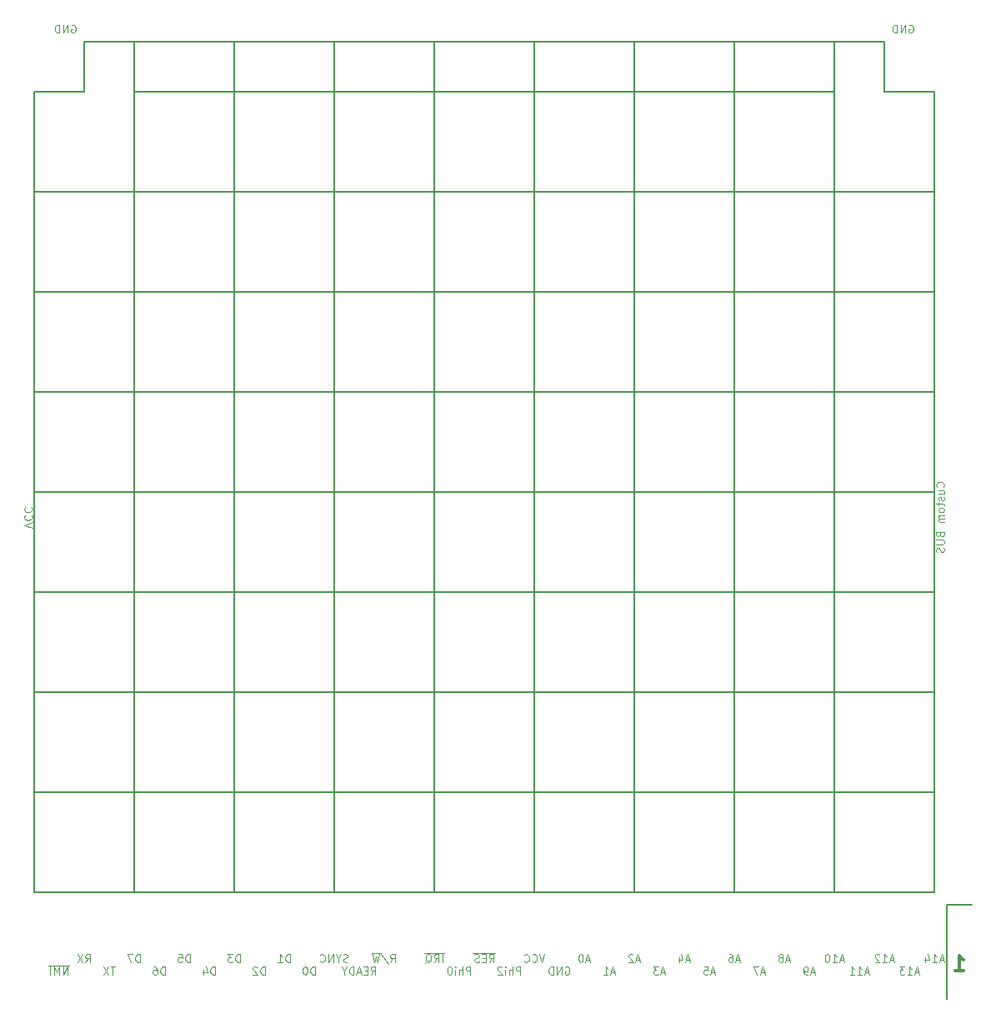
<source format=gbo>
G04 #@! TF.FileFunction,Legend,Bot*
%FSLAX46Y46*%
G04 Gerber Fmt 4.6, Leading zero omitted, Abs format (unit mm)*
G04 Created by KiCad (PCBNEW 4.0.7) date 02/09/19 17:10:25*
%MOMM*%
%LPD*%
G01*
G04 APERTURE LIST*
%ADD10C,0.100000*%
%ADD11C,0.200000*%
%ADD12C,0.300000*%
G04 APERTURE END LIST*
D10*
D11*
X109220000Y-43815000D02*
X190500000Y-43815000D01*
X104140000Y-120015000D02*
X195580000Y-120015000D01*
X195580000Y-109855000D02*
X104140000Y-109855000D01*
X104140000Y-99695000D02*
X195580000Y-99695000D01*
X195580000Y-89535000D02*
X104140000Y-89535000D01*
X104140000Y-79375000D02*
X195580000Y-79375000D01*
X195580000Y-69215000D02*
X104140000Y-69215000D01*
X104140000Y-59055000D02*
X195580000Y-59055000D01*
X185420000Y-48895000D02*
X114300000Y-48895000D01*
X185420000Y-130175000D02*
X185420000Y-43815000D01*
X175260000Y-43815000D02*
X175260000Y-130175000D01*
X165100000Y-130175000D02*
X165100000Y-43815000D01*
X154940000Y-43815000D02*
X154940000Y-130175000D01*
X144780000Y-130175000D02*
X144780000Y-43815000D01*
X134620000Y-43815000D02*
X134620000Y-130175000D01*
X124460000Y-130175000D02*
X124460000Y-43815000D01*
X114300000Y-43815000D02*
X114300000Y-130175000D01*
X109220000Y-48895000D02*
X109220000Y-43815000D01*
X104140000Y-48895000D02*
X109220000Y-48895000D01*
X104140000Y-130175000D02*
X104140000Y-48895000D01*
X195580000Y-130175000D02*
X104140000Y-130175000D01*
X195580000Y-48895000D02*
X195580000Y-130175000D01*
X190500000Y-48895000D02*
X195580000Y-48895000D01*
X190500000Y-43815000D02*
X190500000Y-48895000D01*
D10*
X107556190Y-138537905D02*
X107556190Y-137737905D01*
X107099047Y-138537905D01*
X107099047Y-137737905D01*
X106718095Y-138537905D02*
X106718095Y-137737905D01*
X106451428Y-138309333D01*
X106184761Y-137737905D01*
X106184761Y-138537905D01*
X105803809Y-138537905D02*
X105803809Y-137737905D01*
X107746666Y-137600000D02*
X105613333Y-137600000D01*
X109353333Y-137267905D02*
X109620000Y-136886952D01*
X109810476Y-137267905D02*
X109810476Y-136467905D01*
X109505714Y-136467905D01*
X109429523Y-136506000D01*
X109391428Y-136544095D01*
X109353333Y-136620286D01*
X109353333Y-136734571D01*
X109391428Y-136810762D01*
X109429523Y-136848857D01*
X109505714Y-136886952D01*
X109810476Y-136886952D01*
X109086666Y-136467905D02*
X108553333Y-137267905D01*
X108553333Y-136467905D02*
X109086666Y-137267905D01*
X112369524Y-137737905D02*
X111912381Y-137737905D01*
X112140952Y-138537905D02*
X112140952Y-137737905D01*
X111721904Y-137737905D02*
X111188571Y-138537905D01*
X111188571Y-137737905D02*
X111721904Y-138537905D01*
X114890476Y-137267905D02*
X114890476Y-136467905D01*
X114700000Y-136467905D01*
X114585714Y-136506000D01*
X114509523Y-136582190D01*
X114471428Y-136658381D01*
X114433333Y-136810762D01*
X114433333Y-136925048D01*
X114471428Y-137077429D01*
X114509523Y-137153619D01*
X114585714Y-137229810D01*
X114700000Y-137267905D01*
X114890476Y-137267905D01*
X114166666Y-136467905D02*
X113633333Y-136467905D01*
X113976190Y-137267905D01*
X117430476Y-138537905D02*
X117430476Y-137737905D01*
X117240000Y-137737905D01*
X117125714Y-137776000D01*
X117049523Y-137852190D01*
X117011428Y-137928381D01*
X116973333Y-138080762D01*
X116973333Y-138195048D01*
X117011428Y-138347429D01*
X117049523Y-138423619D01*
X117125714Y-138499810D01*
X117240000Y-138537905D01*
X117430476Y-138537905D01*
X116287619Y-137737905D02*
X116440000Y-137737905D01*
X116516190Y-137776000D01*
X116554285Y-137814095D01*
X116630476Y-137928381D01*
X116668571Y-138080762D01*
X116668571Y-138385524D01*
X116630476Y-138461714D01*
X116592381Y-138499810D01*
X116516190Y-138537905D01*
X116363809Y-138537905D01*
X116287619Y-138499810D01*
X116249523Y-138461714D01*
X116211428Y-138385524D01*
X116211428Y-138195048D01*
X116249523Y-138118857D01*
X116287619Y-138080762D01*
X116363809Y-138042667D01*
X116516190Y-138042667D01*
X116592381Y-138080762D01*
X116630476Y-138118857D01*
X116668571Y-138195048D01*
X119970476Y-137267905D02*
X119970476Y-136467905D01*
X119780000Y-136467905D01*
X119665714Y-136506000D01*
X119589523Y-136582190D01*
X119551428Y-136658381D01*
X119513333Y-136810762D01*
X119513333Y-136925048D01*
X119551428Y-137077429D01*
X119589523Y-137153619D01*
X119665714Y-137229810D01*
X119780000Y-137267905D01*
X119970476Y-137267905D01*
X118789523Y-136467905D02*
X119170476Y-136467905D01*
X119208571Y-136848857D01*
X119170476Y-136810762D01*
X119094285Y-136772667D01*
X118903809Y-136772667D01*
X118827619Y-136810762D01*
X118789523Y-136848857D01*
X118751428Y-136925048D01*
X118751428Y-137115524D01*
X118789523Y-137191714D01*
X118827619Y-137229810D01*
X118903809Y-137267905D01*
X119094285Y-137267905D01*
X119170476Y-137229810D01*
X119208571Y-137191714D01*
X122510476Y-138537905D02*
X122510476Y-137737905D01*
X122320000Y-137737905D01*
X122205714Y-137776000D01*
X122129523Y-137852190D01*
X122091428Y-137928381D01*
X122053333Y-138080762D01*
X122053333Y-138195048D01*
X122091428Y-138347429D01*
X122129523Y-138423619D01*
X122205714Y-138499810D01*
X122320000Y-138537905D01*
X122510476Y-138537905D01*
X121367619Y-138004571D02*
X121367619Y-138537905D01*
X121558095Y-137699810D02*
X121748571Y-138271238D01*
X121253333Y-138271238D01*
X125050476Y-137267905D02*
X125050476Y-136467905D01*
X124860000Y-136467905D01*
X124745714Y-136506000D01*
X124669523Y-136582190D01*
X124631428Y-136658381D01*
X124593333Y-136810762D01*
X124593333Y-136925048D01*
X124631428Y-137077429D01*
X124669523Y-137153619D01*
X124745714Y-137229810D01*
X124860000Y-137267905D01*
X125050476Y-137267905D01*
X124326666Y-136467905D02*
X123831428Y-136467905D01*
X124098095Y-136772667D01*
X123983809Y-136772667D01*
X123907619Y-136810762D01*
X123869523Y-136848857D01*
X123831428Y-136925048D01*
X123831428Y-137115524D01*
X123869523Y-137191714D01*
X123907619Y-137229810D01*
X123983809Y-137267905D01*
X124212381Y-137267905D01*
X124288571Y-137229810D01*
X124326666Y-137191714D01*
X127590476Y-138537905D02*
X127590476Y-137737905D01*
X127400000Y-137737905D01*
X127285714Y-137776000D01*
X127209523Y-137852190D01*
X127171428Y-137928381D01*
X127133333Y-138080762D01*
X127133333Y-138195048D01*
X127171428Y-138347429D01*
X127209523Y-138423619D01*
X127285714Y-138499810D01*
X127400000Y-138537905D01*
X127590476Y-138537905D01*
X126828571Y-137814095D02*
X126790476Y-137776000D01*
X126714285Y-137737905D01*
X126523809Y-137737905D01*
X126447619Y-137776000D01*
X126409523Y-137814095D01*
X126371428Y-137890286D01*
X126371428Y-137966476D01*
X126409523Y-138080762D01*
X126866666Y-138537905D01*
X126371428Y-138537905D01*
X130130476Y-137267905D02*
X130130476Y-136467905D01*
X129940000Y-136467905D01*
X129825714Y-136506000D01*
X129749523Y-136582190D01*
X129711428Y-136658381D01*
X129673333Y-136810762D01*
X129673333Y-136925048D01*
X129711428Y-137077429D01*
X129749523Y-137153619D01*
X129825714Y-137229810D01*
X129940000Y-137267905D01*
X130130476Y-137267905D01*
X128911428Y-137267905D02*
X129368571Y-137267905D01*
X129140000Y-137267905D02*
X129140000Y-136467905D01*
X129216190Y-136582190D01*
X129292381Y-136658381D01*
X129368571Y-136696476D01*
X132670476Y-138537905D02*
X132670476Y-137737905D01*
X132480000Y-137737905D01*
X132365714Y-137776000D01*
X132289523Y-137852190D01*
X132251428Y-137928381D01*
X132213333Y-138080762D01*
X132213333Y-138195048D01*
X132251428Y-138347429D01*
X132289523Y-138423619D01*
X132365714Y-138499810D01*
X132480000Y-138537905D01*
X132670476Y-138537905D01*
X131718095Y-137737905D02*
X131641904Y-137737905D01*
X131565714Y-137776000D01*
X131527619Y-137814095D01*
X131489523Y-137890286D01*
X131451428Y-138042667D01*
X131451428Y-138233143D01*
X131489523Y-138385524D01*
X131527619Y-138461714D01*
X131565714Y-138499810D01*
X131641904Y-138537905D01*
X131718095Y-138537905D01*
X131794285Y-138499810D01*
X131832381Y-138461714D01*
X131870476Y-138385524D01*
X131908571Y-138233143D01*
X131908571Y-138042667D01*
X131870476Y-137890286D01*
X131832381Y-137814095D01*
X131794285Y-137776000D01*
X131718095Y-137737905D01*
X136010476Y-137229810D02*
X135896190Y-137267905D01*
X135705714Y-137267905D01*
X135629524Y-137229810D01*
X135591428Y-137191714D01*
X135553333Y-137115524D01*
X135553333Y-137039333D01*
X135591428Y-136963143D01*
X135629524Y-136925048D01*
X135705714Y-136886952D01*
X135858095Y-136848857D01*
X135934286Y-136810762D01*
X135972381Y-136772667D01*
X136010476Y-136696476D01*
X136010476Y-136620286D01*
X135972381Y-136544095D01*
X135934286Y-136506000D01*
X135858095Y-136467905D01*
X135667619Y-136467905D01*
X135553333Y-136506000D01*
X135058095Y-136886952D02*
X135058095Y-137267905D01*
X135324762Y-136467905D02*
X135058095Y-136886952D01*
X134791428Y-136467905D01*
X134524762Y-137267905D02*
X134524762Y-136467905D01*
X134067619Y-137267905D01*
X134067619Y-136467905D01*
X133229524Y-137191714D02*
X133267619Y-137229810D01*
X133381905Y-137267905D01*
X133458095Y-137267905D01*
X133572381Y-137229810D01*
X133648572Y-137153619D01*
X133686667Y-137077429D01*
X133724762Y-136925048D01*
X133724762Y-136810762D01*
X133686667Y-136658381D01*
X133648572Y-136582190D01*
X133572381Y-136506000D01*
X133458095Y-136467905D01*
X133381905Y-136467905D01*
X133267619Y-136506000D01*
X133229524Y-136544095D01*
X138360000Y-138537905D02*
X138626667Y-138156952D01*
X138817143Y-138537905D02*
X138817143Y-137737905D01*
X138512381Y-137737905D01*
X138436190Y-137776000D01*
X138398095Y-137814095D01*
X138360000Y-137890286D01*
X138360000Y-138004571D01*
X138398095Y-138080762D01*
X138436190Y-138118857D01*
X138512381Y-138156952D01*
X138817143Y-138156952D01*
X138017143Y-138118857D02*
X137750476Y-138118857D01*
X137636190Y-138537905D02*
X138017143Y-138537905D01*
X138017143Y-137737905D01*
X137636190Y-137737905D01*
X137331428Y-138309333D02*
X136950476Y-138309333D01*
X137407619Y-138537905D02*
X137140952Y-137737905D01*
X136874285Y-138537905D01*
X136607619Y-138537905D02*
X136607619Y-137737905D01*
X136417143Y-137737905D01*
X136302857Y-137776000D01*
X136226666Y-137852190D01*
X136188571Y-137928381D01*
X136150476Y-138080762D01*
X136150476Y-138195048D01*
X136188571Y-138347429D01*
X136226666Y-138423619D01*
X136302857Y-138499810D01*
X136417143Y-138537905D01*
X136607619Y-138537905D01*
X135655238Y-138156952D02*
X135655238Y-138537905D01*
X135921905Y-137737905D02*
X135655238Y-138156952D01*
X135388571Y-137737905D01*
X140328571Y-137267905D02*
X140595238Y-136886952D01*
X140785714Y-137267905D02*
X140785714Y-136467905D01*
X140480952Y-136467905D01*
X140404761Y-136506000D01*
X140366666Y-136544095D01*
X140328571Y-136620286D01*
X140328571Y-136734571D01*
X140366666Y-136810762D01*
X140404761Y-136848857D01*
X140480952Y-136886952D01*
X140785714Y-136886952D01*
X139414285Y-136429810D02*
X140100000Y-137458381D01*
X139223809Y-136467905D02*
X139033333Y-137267905D01*
X138880952Y-136696476D01*
X138728571Y-137267905D01*
X138538095Y-136467905D01*
X139338095Y-136330000D02*
X138423809Y-136330000D01*
X145599047Y-137267905D02*
X145599047Y-136467905D01*
X144760952Y-137267905D02*
X145027619Y-136886952D01*
X145218095Y-137267905D02*
X145218095Y-136467905D01*
X144913333Y-136467905D01*
X144837142Y-136506000D01*
X144799047Y-136544095D01*
X144760952Y-136620286D01*
X144760952Y-136734571D01*
X144799047Y-136810762D01*
X144837142Y-136848857D01*
X144913333Y-136886952D01*
X145218095Y-136886952D01*
X143884761Y-137344095D02*
X143960952Y-137306000D01*
X144037142Y-137229810D01*
X144151428Y-137115524D01*
X144227619Y-137077429D01*
X144303809Y-137077429D01*
X144265714Y-137267905D02*
X144341904Y-137229810D01*
X144418095Y-137153619D01*
X144456190Y-137001238D01*
X144456190Y-136734571D01*
X144418095Y-136582190D01*
X144341904Y-136506000D01*
X144265714Y-136467905D01*
X144113333Y-136467905D01*
X144037142Y-136506000D01*
X143960952Y-136582190D01*
X143922857Y-136734571D01*
X143922857Y-137001238D01*
X143960952Y-137153619D01*
X144037142Y-137229810D01*
X144113333Y-137267905D01*
X144265714Y-137267905D01*
X145789523Y-136330000D02*
X143770476Y-136330000D01*
X148462857Y-138537905D02*
X148462857Y-137737905D01*
X148158095Y-137737905D01*
X148081904Y-137776000D01*
X148043809Y-137814095D01*
X148005714Y-137890286D01*
X148005714Y-138004571D01*
X148043809Y-138080762D01*
X148081904Y-138118857D01*
X148158095Y-138156952D01*
X148462857Y-138156952D01*
X147662857Y-138537905D02*
X147662857Y-137737905D01*
X147320000Y-138537905D02*
X147320000Y-138118857D01*
X147358095Y-138042667D01*
X147434285Y-138004571D01*
X147548571Y-138004571D01*
X147624762Y-138042667D01*
X147662857Y-138080762D01*
X146939047Y-138537905D02*
X146939047Y-138004571D01*
X146939047Y-137737905D02*
X146977142Y-137776000D01*
X146939047Y-137814095D01*
X146900952Y-137776000D01*
X146939047Y-137737905D01*
X146939047Y-137814095D01*
X146405714Y-137737905D02*
X146329523Y-137737905D01*
X146253333Y-137776000D01*
X146215238Y-137814095D01*
X146177142Y-137890286D01*
X146139047Y-138042667D01*
X146139047Y-138233143D01*
X146177142Y-138385524D01*
X146215238Y-138461714D01*
X146253333Y-138499810D01*
X146329523Y-138537905D01*
X146405714Y-138537905D01*
X146481904Y-138499810D01*
X146520000Y-138461714D01*
X146558095Y-138385524D01*
X146596190Y-138233143D01*
X146596190Y-138042667D01*
X146558095Y-137890286D01*
X146520000Y-137814095D01*
X146481904Y-137776000D01*
X146405714Y-137737905D01*
X150355238Y-137267905D02*
X150621905Y-136886952D01*
X150812381Y-137267905D02*
X150812381Y-136467905D01*
X150507619Y-136467905D01*
X150431428Y-136506000D01*
X150393333Y-136544095D01*
X150355238Y-136620286D01*
X150355238Y-136734571D01*
X150393333Y-136810762D01*
X150431428Y-136848857D01*
X150507619Y-136886952D01*
X150812381Y-136886952D01*
X150012381Y-136848857D02*
X149745714Y-136848857D01*
X149631428Y-137267905D02*
X150012381Y-137267905D01*
X150012381Y-136467905D01*
X149631428Y-136467905D01*
X149326666Y-137229810D02*
X149212380Y-137267905D01*
X149021904Y-137267905D01*
X148945714Y-137229810D01*
X148907618Y-137191714D01*
X148869523Y-137115524D01*
X148869523Y-137039333D01*
X148907618Y-136963143D01*
X148945714Y-136925048D01*
X149021904Y-136886952D01*
X149174285Y-136848857D01*
X149250476Y-136810762D01*
X149288571Y-136772667D01*
X149326666Y-136696476D01*
X149326666Y-136620286D01*
X149288571Y-136544095D01*
X149250476Y-136506000D01*
X149174285Y-136467905D01*
X148983809Y-136467905D01*
X148869523Y-136506000D01*
X151002857Y-136330000D02*
X148717142Y-136330000D01*
X153542857Y-138537905D02*
X153542857Y-137737905D01*
X153238095Y-137737905D01*
X153161904Y-137776000D01*
X153123809Y-137814095D01*
X153085714Y-137890286D01*
X153085714Y-138004571D01*
X153123809Y-138080762D01*
X153161904Y-138118857D01*
X153238095Y-138156952D01*
X153542857Y-138156952D01*
X152742857Y-138537905D02*
X152742857Y-137737905D01*
X152400000Y-138537905D02*
X152400000Y-138118857D01*
X152438095Y-138042667D01*
X152514285Y-138004571D01*
X152628571Y-138004571D01*
X152704762Y-138042667D01*
X152742857Y-138080762D01*
X152019047Y-138537905D02*
X152019047Y-138004571D01*
X152019047Y-137737905D02*
X152057142Y-137776000D01*
X152019047Y-137814095D01*
X151980952Y-137776000D01*
X152019047Y-137737905D01*
X152019047Y-137814095D01*
X151676190Y-137814095D02*
X151638095Y-137776000D01*
X151561904Y-137737905D01*
X151371428Y-137737905D01*
X151295238Y-137776000D01*
X151257142Y-137814095D01*
X151219047Y-137890286D01*
X151219047Y-137966476D01*
X151257142Y-138080762D01*
X151714285Y-138537905D01*
X151219047Y-138537905D01*
X156006667Y-136467905D02*
X155740000Y-137267905D01*
X155473333Y-136467905D01*
X154749524Y-137191714D02*
X154787619Y-137229810D01*
X154901905Y-137267905D01*
X154978095Y-137267905D01*
X155092381Y-137229810D01*
X155168572Y-137153619D01*
X155206667Y-137077429D01*
X155244762Y-136925048D01*
X155244762Y-136810762D01*
X155206667Y-136658381D01*
X155168572Y-136582190D01*
X155092381Y-136506000D01*
X154978095Y-136467905D01*
X154901905Y-136467905D01*
X154787619Y-136506000D01*
X154749524Y-136544095D01*
X153949524Y-137191714D02*
X153987619Y-137229810D01*
X154101905Y-137267905D01*
X154178095Y-137267905D01*
X154292381Y-137229810D01*
X154368572Y-137153619D01*
X154406667Y-137077429D01*
X154444762Y-136925048D01*
X154444762Y-136810762D01*
X154406667Y-136658381D01*
X154368572Y-136582190D01*
X154292381Y-136506000D01*
X154178095Y-136467905D01*
X154101905Y-136467905D01*
X153987619Y-136506000D01*
X153949524Y-136544095D01*
X158089523Y-137776000D02*
X158165714Y-137737905D01*
X158279999Y-137737905D01*
X158394285Y-137776000D01*
X158470476Y-137852190D01*
X158508571Y-137928381D01*
X158546666Y-138080762D01*
X158546666Y-138195048D01*
X158508571Y-138347429D01*
X158470476Y-138423619D01*
X158394285Y-138499810D01*
X158279999Y-138537905D01*
X158203809Y-138537905D01*
X158089523Y-138499810D01*
X158051428Y-138461714D01*
X158051428Y-138195048D01*
X158203809Y-138195048D01*
X157708571Y-138537905D02*
X157708571Y-137737905D01*
X157251428Y-138537905D01*
X157251428Y-137737905D01*
X156870476Y-138537905D02*
X156870476Y-137737905D01*
X156680000Y-137737905D01*
X156565714Y-137776000D01*
X156489523Y-137852190D01*
X156451428Y-137928381D01*
X156413333Y-138080762D01*
X156413333Y-138195048D01*
X156451428Y-138347429D01*
X156489523Y-138423619D01*
X156565714Y-138499810D01*
X156680000Y-138537905D01*
X156870476Y-138537905D01*
X160591428Y-137039333D02*
X160210476Y-137039333D01*
X160667619Y-137267905D02*
X160400952Y-136467905D01*
X160134285Y-137267905D01*
X159715238Y-136467905D02*
X159639047Y-136467905D01*
X159562857Y-136506000D01*
X159524762Y-136544095D01*
X159486666Y-136620286D01*
X159448571Y-136772667D01*
X159448571Y-136963143D01*
X159486666Y-137115524D01*
X159524762Y-137191714D01*
X159562857Y-137229810D01*
X159639047Y-137267905D01*
X159715238Y-137267905D01*
X159791428Y-137229810D01*
X159829524Y-137191714D01*
X159867619Y-137115524D01*
X159905714Y-136963143D01*
X159905714Y-136772667D01*
X159867619Y-136620286D01*
X159829524Y-136544095D01*
X159791428Y-136506000D01*
X159715238Y-136467905D01*
X163131428Y-138309333D02*
X162750476Y-138309333D01*
X163207619Y-138537905D02*
X162940952Y-137737905D01*
X162674285Y-138537905D01*
X161988571Y-138537905D02*
X162445714Y-138537905D01*
X162217143Y-138537905D02*
X162217143Y-137737905D01*
X162293333Y-137852190D01*
X162369524Y-137928381D01*
X162445714Y-137966476D01*
X165671428Y-137039333D02*
X165290476Y-137039333D01*
X165747619Y-137267905D02*
X165480952Y-136467905D01*
X165214285Y-137267905D01*
X164985714Y-136544095D02*
X164947619Y-136506000D01*
X164871428Y-136467905D01*
X164680952Y-136467905D01*
X164604762Y-136506000D01*
X164566666Y-136544095D01*
X164528571Y-136620286D01*
X164528571Y-136696476D01*
X164566666Y-136810762D01*
X165023809Y-137267905D01*
X164528571Y-137267905D01*
X168211428Y-138309333D02*
X167830476Y-138309333D01*
X168287619Y-138537905D02*
X168020952Y-137737905D01*
X167754285Y-138537905D01*
X167563809Y-137737905D02*
X167068571Y-137737905D01*
X167335238Y-138042667D01*
X167220952Y-138042667D01*
X167144762Y-138080762D01*
X167106666Y-138118857D01*
X167068571Y-138195048D01*
X167068571Y-138385524D01*
X167106666Y-138461714D01*
X167144762Y-138499810D01*
X167220952Y-138537905D01*
X167449524Y-138537905D01*
X167525714Y-138499810D01*
X167563809Y-138461714D01*
X170751428Y-137039333D02*
X170370476Y-137039333D01*
X170827619Y-137267905D02*
X170560952Y-136467905D01*
X170294285Y-137267905D01*
X169684762Y-136734571D02*
X169684762Y-137267905D01*
X169875238Y-136429810D02*
X170065714Y-137001238D01*
X169570476Y-137001238D01*
X173291428Y-138309333D02*
X172910476Y-138309333D01*
X173367619Y-138537905D02*
X173100952Y-137737905D01*
X172834285Y-138537905D01*
X172186666Y-137737905D02*
X172567619Y-137737905D01*
X172605714Y-138118857D01*
X172567619Y-138080762D01*
X172491428Y-138042667D01*
X172300952Y-138042667D01*
X172224762Y-138080762D01*
X172186666Y-138118857D01*
X172148571Y-138195048D01*
X172148571Y-138385524D01*
X172186666Y-138461714D01*
X172224762Y-138499810D01*
X172300952Y-138537905D01*
X172491428Y-138537905D01*
X172567619Y-138499810D01*
X172605714Y-138461714D01*
X175831428Y-137039333D02*
X175450476Y-137039333D01*
X175907619Y-137267905D02*
X175640952Y-136467905D01*
X175374285Y-137267905D01*
X174764762Y-136467905D02*
X174917143Y-136467905D01*
X174993333Y-136506000D01*
X175031428Y-136544095D01*
X175107619Y-136658381D01*
X175145714Y-136810762D01*
X175145714Y-137115524D01*
X175107619Y-137191714D01*
X175069524Y-137229810D01*
X174993333Y-137267905D01*
X174840952Y-137267905D01*
X174764762Y-137229810D01*
X174726666Y-137191714D01*
X174688571Y-137115524D01*
X174688571Y-136925048D01*
X174726666Y-136848857D01*
X174764762Y-136810762D01*
X174840952Y-136772667D01*
X174993333Y-136772667D01*
X175069524Y-136810762D01*
X175107619Y-136848857D01*
X175145714Y-136925048D01*
X178371428Y-138309333D02*
X177990476Y-138309333D01*
X178447619Y-138537905D02*
X178180952Y-137737905D01*
X177914285Y-138537905D01*
X177723809Y-137737905D02*
X177190476Y-137737905D01*
X177533333Y-138537905D01*
X180911428Y-137039333D02*
X180530476Y-137039333D01*
X180987619Y-137267905D02*
X180720952Y-136467905D01*
X180454285Y-137267905D01*
X180073333Y-136810762D02*
X180149524Y-136772667D01*
X180187619Y-136734571D01*
X180225714Y-136658381D01*
X180225714Y-136620286D01*
X180187619Y-136544095D01*
X180149524Y-136506000D01*
X180073333Y-136467905D01*
X179920952Y-136467905D01*
X179844762Y-136506000D01*
X179806666Y-136544095D01*
X179768571Y-136620286D01*
X179768571Y-136658381D01*
X179806666Y-136734571D01*
X179844762Y-136772667D01*
X179920952Y-136810762D01*
X180073333Y-136810762D01*
X180149524Y-136848857D01*
X180187619Y-136886952D01*
X180225714Y-136963143D01*
X180225714Y-137115524D01*
X180187619Y-137191714D01*
X180149524Y-137229810D01*
X180073333Y-137267905D01*
X179920952Y-137267905D01*
X179844762Y-137229810D01*
X179806666Y-137191714D01*
X179768571Y-137115524D01*
X179768571Y-136963143D01*
X179806666Y-136886952D01*
X179844762Y-136848857D01*
X179920952Y-136810762D01*
X183451428Y-138309333D02*
X183070476Y-138309333D01*
X183527619Y-138537905D02*
X183260952Y-137737905D01*
X182994285Y-138537905D01*
X182689524Y-138537905D02*
X182537143Y-138537905D01*
X182460952Y-138499810D01*
X182422857Y-138461714D01*
X182346666Y-138347429D01*
X182308571Y-138195048D01*
X182308571Y-137890286D01*
X182346666Y-137814095D01*
X182384762Y-137776000D01*
X182460952Y-137737905D01*
X182613333Y-137737905D01*
X182689524Y-137776000D01*
X182727619Y-137814095D01*
X182765714Y-137890286D01*
X182765714Y-138080762D01*
X182727619Y-138156952D01*
X182689524Y-138195048D01*
X182613333Y-138233143D01*
X182460952Y-138233143D01*
X182384762Y-138195048D01*
X182346666Y-138156952D01*
X182308571Y-138080762D01*
X186372381Y-137039333D02*
X185991429Y-137039333D01*
X186448572Y-137267905D02*
X186181905Y-136467905D01*
X185915238Y-137267905D01*
X185229524Y-137267905D02*
X185686667Y-137267905D01*
X185458096Y-137267905D02*
X185458096Y-136467905D01*
X185534286Y-136582190D01*
X185610477Y-136658381D01*
X185686667Y-136696476D01*
X184734286Y-136467905D02*
X184658095Y-136467905D01*
X184581905Y-136506000D01*
X184543810Y-136544095D01*
X184505714Y-136620286D01*
X184467619Y-136772667D01*
X184467619Y-136963143D01*
X184505714Y-137115524D01*
X184543810Y-137191714D01*
X184581905Y-137229810D01*
X184658095Y-137267905D01*
X184734286Y-137267905D01*
X184810476Y-137229810D01*
X184848572Y-137191714D01*
X184886667Y-137115524D01*
X184924762Y-136963143D01*
X184924762Y-136772667D01*
X184886667Y-136620286D01*
X184848572Y-136544095D01*
X184810476Y-136506000D01*
X184734286Y-136467905D01*
X188912381Y-138309333D02*
X188531429Y-138309333D01*
X188988572Y-138537905D02*
X188721905Y-137737905D01*
X188455238Y-138537905D01*
X187769524Y-138537905D02*
X188226667Y-138537905D01*
X187998096Y-138537905D02*
X187998096Y-137737905D01*
X188074286Y-137852190D01*
X188150477Y-137928381D01*
X188226667Y-137966476D01*
X187007619Y-138537905D02*
X187464762Y-138537905D01*
X187236191Y-138537905D02*
X187236191Y-137737905D01*
X187312381Y-137852190D01*
X187388572Y-137928381D01*
X187464762Y-137966476D01*
X191452381Y-137039333D02*
X191071429Y-137039333D01*
X191528572Y-137267905D02*
X191261905Y-136467905D01*
X190995238Y-137267905D01*
X190309524Y-137267905D02*
X190766667Y-137267905D01*
X190538096Y-137267905D02*
X190538096Y-136467905D01*
X190614286Y-136582190D01*
X190690477Y-136658381D01*
X190766667Y-136696476D01*
X190004762Y-136544095D02*
X189966667Y-136506000D01*
X189890476Y-136467905D01*
X189700000Y-136467905D01*
X189623810Y-136506000D01*
X189585714Y-136544095D01*
X189547619Y-136620286D01*
X189547619Y-136696476D01*
X189585714Y-136810762D01*
X190042857Y-137267905D01*
X189547619Y-137267905D01*
X193992381Y-138309333D02*
X193611429Y-138309333D01*
X194068572Y-138537905D02*
X193801905Y-137737905D01*
X193535238Y-138537905D01*
X192849524Y-138537905D02*
X193306667Y-138537905D01*
X193078096Y-138537905D02*
X193078096Y-137737905D01*
X193154286Y-137852190D01*
X193230477Y-137928381D01*
X193306667Y-137966476D01*
X192582857Y-137737905D02*
X192087619Y-137737905D01*
X192354286Y-138042667D01*
X192240000Y-138042667D01*
X192163810Y-138080762D01*
X192125714Y-138118857D01*
X192087619Y-138195048D01*
X192087619Y-138385524D01*
X192125714Y-138461714D01*
X192163810Y-138499810D01*
X192240000Y-138537905D01*
X192468572Y-138537905D01*
X192544762Y-138499810D01*
X192582857Y-138461714D01*
X196532381Y-137039333D02*
X196151429Y-137039333D01*
X196608572Y-137267905D02*
X196341905Y-136467905D01*
X196075238Y-137267905D01*
X195389524Y-137267905D02*
X195846667Y-137267905D01*
X195618096Y-137267905D02*
X195618096Y-136467905D01*
X195694286Y-136582190D01*
X195770477Y-136658381D01*
X195846667Y-136696476D01*
X194703810Y-136734571D02*
X194703810Y-137267905D01*
X194894286Y-136429810D02*
X195084762Y-137001238D01*
X194589524Y-137001238D01*
D12*
X197691428Y-138092571D02*
X198548571Y-138092571D01*
X198119999Y-138092571D02*
X198119999Y-136592571D01*
X198262856Y-136806857D01*
X198405714Y-136949714D01*
X198548571Y-137021143D01*
D10*
X193014523Y-42145000D02*
X193090714Y-42106905D01*
X193204999Y-42106905D01*
X193319285Y-42145000D01*
X193395476Y-42221190D01*
X193433571Y-42297381D01*
X193471666Y-42449762D01*
X193471666Y-42564048D01*
X193433571Y-42716429D01*
X193395476Y-42792619D01*
X193319285Y-42868810D01*
X193204999Y-42906905D01*
X193128809Y-42906905D01*
X193014523Y-42868810D01*
X192976428Y-42830714D01*
X192976428Y-42564048D01*
X193128809Y-42564048D01*
X192633571Y-42906905D02*
X192633571Y-42106905D01*
X192176428Y-42906905D01*
X192176428Y-42106905D01*
X191795476Y-42906905D02*
X191795476Y-42106905D01*
X191605000Y-42106905D01*
X191490714Y-42145000D01*
X191414523Y-42221190D01*
X191376428Y-42297381D01*
X191338333Y-42449762D01*
X191338333Y-42564048D01*
X191376428Y-42716429D01*
X191414523Y-42792619D01*
X191490714Y-42868810D01*
X191605000Y-42906905D01*
X191795476Y-42906905D01*
X107924523Y-42145000D02*
X108000714Y-42106905D01*
X108114999Y-42106905D01*
X108229285Y-42145000D01*
X108305476Y-42221190D01*
X108343571Y-42297381D01*
X108381666Y-42449762D01*
X108381666Y-42564048D01*
X108343571Y-42716429D01*
X108305476Y-42792619D01*
X108229285Y-42868810D01*
X108114999Y-42906905D01*
X108038809Y-42906905D01*
X107924523Y-42868810D01*
X107886428Y-42830714D01*
X107886428Y-42564048D01*
X108038809Y-42564048D01*
X107543571Y-42906905D02*
X107543571Y-42106905D01*
X107086428Y-42906905D01*
X107086428Y-42106905D01*
X106705476Y-42906905D02*
X106705476Y-42106905D01*
X106515000Y-42106905D01*
X106400714Y-42145000D01*
X106324523Y-42221190D01*
X106286428Y-42297381D01*
X106248333Y-42449762D01*
X106248333Y-42564048D01*
X106286428Y-42716429D01*
X106324523Y-42792619D01*
X106400714Y-42868810D01*
X106515000Y-42906905D01*
X106705476Y-42906905D01*
X196500714Y-89008333D02*
X196538810Y-88970238D01*
X196576905Y-88855952D01*
X196576905Y-88779762D01*
X196538810Y-88665476D01*
X196462619Y-88589285D01*
X196386429Y-88551190D01*
X196234048Y-88513095D01*
X196119762Y-88513095D01*
X195967381Y-88551190D01*
X195891190Y-88589285D01*
X195815000Y-88665476D01*
X195776905Y-88779762D01*
X195776905Y-88855952D01*
X195815000Y-88970238D01*
X195853095Y-89008333D01*
X196043571Y-89694047D02*
X196576905Y-89694047D01*
X196043571Y-89351190D02*
X196462619Y-89351190D01*
X196538810Y-89389285D01*
X196576905Y-89465476D01*
X196576905Y-89579762D01*
X196538810Y-89655952D01*
X196500714Y-89694047D01*
X196538810Y-90036905D02*
X196576905Y-90113095D01*
X196576905Y-90265476D01*
X196538810Y-90341667D01*
X196462619Y-90379762D01*
X196424524Y-90379762D01*
X196348333Y-90341667D01*
X196310238Y-90265476D01*
X196310238Y-90151191D01*
X196272143Y-90075000D01*
X196195952Y-90036905D01*
X196157857Y-90036905D01*
X196081667Y-90075000D01*
X196043571Y-90151191D01*
X196043571Y-90265476D01*
X196081667Y-90341667D01*
X196043571Y-90608333D02*
X196043571Y-90913095D01*
X195776905Y-90722619D02*
X196462619Y-90722619D01*
X196538810Y-90760714D01*
X196576905Y-90836905D01*
X196576905Y-90913095D01*
X196576905Y-91294048D02*
X196538810Y-91217857D01*
X196500714Y-91179762D01*
X196424524Y-91141667D01*
X196195952Y-91141667D01*
X196119762Y-91179762D01*
X196081667Y-91217857D01*
X196043571Y-91294048D01*
X196043571Y-91408334D01*
X196081667Y-91484524D01*
X196119762Y-91522619D01*
X196195952Y-91560715D01*
X196424524Y-91560715D01*
X196500714Y-91522619D01*
X196538810Y-91484524D01*
X196576905Y-91408334D01*
X196576905Y-91294048D01*
X196576905Y-91903572D02*
X196043571Y-91903572D01*
X196119762Y-91903572D02*
X196081667Y-91941667D01*
X196043571Y-92017858D01*
X196043571Y-92132144D01*
X196081667Y-92208334D01*
X196157857Y-92246429D01*
X196576905Y-92246429D01*
X196157857Y-92246429D02*
X196081667Y-92284525D01*
X196043571Y-92360715D01*
X196043571Y-92475001D01*
X196081667Y-92551191D01*
X196157857Y-92589286D01*
X196576905Y-92589286D01*
X196157857Y-93846430D02*
X196195952Y-93960716D01*
X196234048Y-93998811D01*
X196310238Y-94036906D01*
X196424524Y-94036906D01*
X196500714Y-93998811D01*
X196538810Y-93960716D01*
X196576905Y-93884525D01*
X196576905Y-93579763D01*
X195776905Y-93579763D01*
X195776905Y-93846430D01*
X195815000Y-93922620D01*
X195853095Y-93960716D01*
X195929286Y-93998811D01*
X196005476Y-93998811D01*
X196081667Y-93960716D01*
X196119762Y-93922620D01*
X196157857Y-93846430D01*
X196157857Y-93579763D01*
X195776905Y-94379763D02*
X196424524Y-94379763D01*
X196500714Y-94417858D01*
X196538810Y-94455954D01*
X196576905Y-94532144D01*
X196576905Y-94684525D01*
X196538810Y-94760716D01*
X196500714Y-94798811D01*
X196424524Y-94836906D01*
X195776905Y-94836906D01*
X196538810Y-95179763D02*
X196576905Y-95294049D01*
X196576905Y-95484525D01*
X196538810Y-95560715D01*
X196500714Y-95598811D01*
X196424524Y-95636906D01*
X196348333Y-95636906D01*
X196272143Y-95598811D01*
X196234048Y-95560715D01*
X196195952Y-95484525D01*
X196157857Y-95332144D01*
X196119762Y-95255953D01*
X196081667Y-95217858D01*
X196005476Y-95179763D01*
X195929286Y-95179763D01*
X195853095Y-95217858D01*
X195815000Y-95255953D01*
X195776905Y-95332144D01*
X195776905Y-95522620D01*
X195815000Y-95636906D01*
X103943095Y-93141667D02*
X103143095Y-92875000D01*
X103943095Y-92608333D01*
X103219286Y-91884524D02*
X103181190Y-91922619D01*
X103143095Y-92036905D01*
X103143095Y-92113095D01*
X103181190Y-92227381D01*
X103257381Y-92303572D01*
X103333571Y-92341667D01*
X103485952Y-92379762D01*
X103600238Y-92379762D01*
X103752619Y-92341667D01*
X103828810Y-92303572D01*
X103905000Y-92227381D01*
X103943095Y-92113095D01*
X103943095Y-92036905D01*
X103905000Y-91922619D01*
X103866905Y-91884524D01*
X103219286Y-91084524D02*
X103181190Y-91122619D01*
X103143095Y-91236905D01*
X103143095Y-91313095D01*
X103181190Y-91427381D01*
X103257381Y-91503572D01*
X103333571Y-91541667D01*
X103485952Y-91579762D01*
X103600238Y-91579762D01*
X103752619Y-91541667D01*
X103828810Y-91503572D01*
X103905000Y-91427381D01*
X103943095Y-91313095D01*
X103943095Y-91236905D01*
X103905000Y-91122619D01*
X103866905Y-91084524D01*
D11*
X196850000Y-131445000D02*
X196850000Y-140970000D01*
X199390000Y-131445000D02*
X196850000Y-131445000D01*
M02*

</source>
